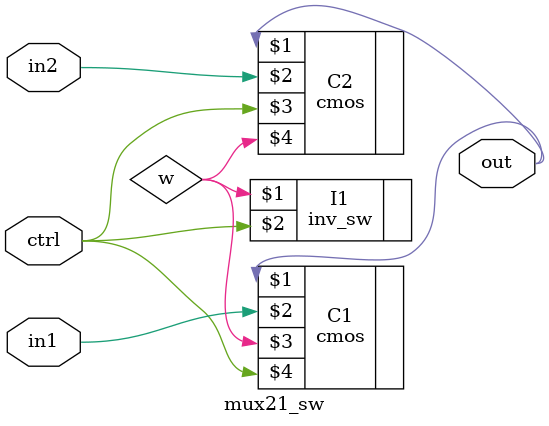
<source format=v>

module mux21_sw (out, ctrl, in1, in2);
   
   output out;                    // mux output
   input  ctrl, in1, in2;         // mux inputs
   wire	  w;                      // internal wire
   
   inv_sw I1 (w, ctrl);           // instantiate inverter module
   
   cmos C1 (out, in1, w, ctrl);   // instantiate cmos switches
   cmos C2 (out, in2, ctrl, w);
   
endmodule
</source>
